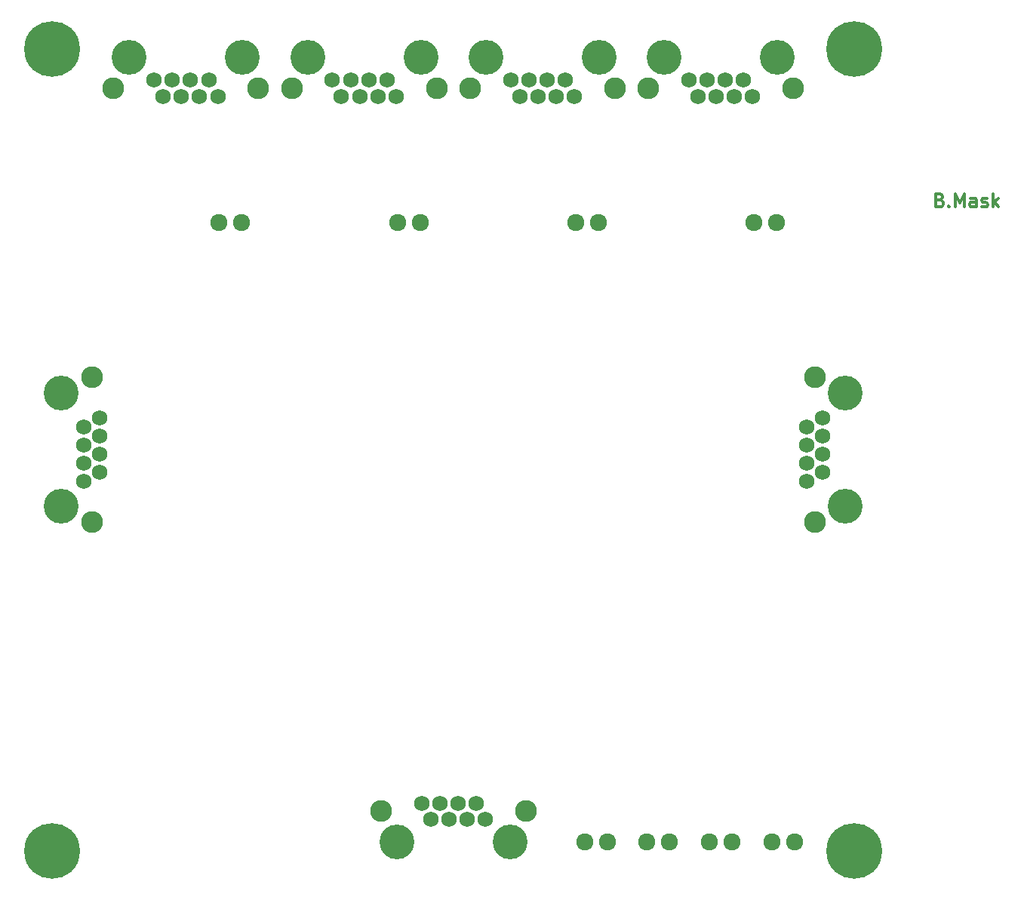
<source format=gbs>
G04 (created by PCBNEW (2013-07-07 BZR 4022)-stable) date 9/18/2013 14:01:54*
%MOIN*%
G04 Gerber Fmt 3.4, Leading zero omitted, Abs format*
%FSLAX34Y34*%
G01*
G70*
G90*
G04 APERTURE LIST*
%ADD10C,0.00590551*%
%ADD11C,0.011811*%
%ADD12C,0.246063*%
%ADD13C,0.0758425*%
%ADD14C,0.153543*%
%ADD15C,0.0689425*%
%ADD16C,0.0964567*%
G04 APERTURE END LIST*
G54D10*
G54D11*
X50629Y-17705D02*
X50714Y-17733D01*
X50742Y-17761D01*
X50770Y-17817D01*
X50770Y-17902D01*
X50742Y-17958D01*
X50714Y-17986D01*
X50658Y-18014D01*
X50433Y-18014D01*
X50433Y-17424D01*
X50629Y-17424D01*
X50686Y-17452D01*
X50714Y-17480D01*
X50742Y-17536D01*
X50742Y-17592D01*
X50714Y-17649D01*
X50686Y-17677D01*
X50629Y-17705D01*
X50433Y-17705D01*
X51023Y-17958D02*
X51051Y-17986D01*
X51023Y-18014D01*
X50995Y-17986D01*
X51023Y-17958D01*
X51023Y-18014D01*
X51304Y-18014D02*
X51304Y-17424D01*
X51501Y-17845D01*
X51698Y-17424D01*
X51698Y-18014D01*
X52232Y-18014D02*
X52232Y-17705D01*
X52204Y-17649D01*
X52148Y-17620D01*
X52035Y-17620D01*
X51979Y-17649D01*
X52232Y-17986D02*
X52176Y-18014D01*
X52035Y-18014D01*
X51979Y-17986D01*
X51951Y-17930D01*
X51951Y-17874D01*
X51979Y-17817D01*
X52035Y-17789D01*
X52176Y-17789D01*
X52232Y-17761D01*
X52485Y-17986D02*
X52542Y-18014D01*
X52654Y-18014D01*
X52710Y-17986D01*
X52739Y-17930D01*
X52739Y-17902D01*
X52710Y-17845D01*
X52654Y-17817D01*
X52570Y-17817D01*
X52514Y-17789D01*
X52485Y-17733D01*
X52485Y-17705D01*
X52514Y-17649D01*
X52570Y-17620D01*
X52654Y-17620D01*
X52710Y-17649D01*
X52992Y-18014D02*
X52992Y-17424D01*
X53048Y-17789D02*
X53217Y-18014D01*
X53217Y-17620D02*
X52992Y-17845D01*
G54D12*
X11417Y-11023D03*
X46850Y-11023D03*
X46850Y-46456D03*
X11417Y-46456D03*
G54D13*
X18791Y-18700D03*
X19791Y-18700D03*
X34539Y-18700D03*
X35539Y-18700D03*
X26665Y-18700D03*
X27665Y-18700D03*
X42413Y-18700D03*
X43413Y-18700D03*
G54D14*
X11811Y-31240D03*
X11811Y-26240D03*
G54D15*
X12811Y-30145D03*
X13511Y-29744D03*
X12811Y-29342D03*
X13511Y-28940D03*
X12811Y-28539D03*
X13511Y-28137D03*
X12811Y-27736D03*
X13511Y-27334D03*
G54D16*
X13161Y-31940D03*
X13161Y-25539D03*
G54D14*
X46456Y-26240D03*
X46456Y-31240D03*
G54D15*
X45456Y-27334D03*
X44755Y-27736D03*
X45456Y-28137D03*
X44755Y-28539D03*
X45456Y-28940D03*
X44755Y-29342D03*
X45456Y-29744D03*
X44755Y-30145D03*
G54D16*
X45106Y-25539D03*
X45106Y-31940D03*
G54D14*
X38444Y-11417D03*
X43444Y-11417D03*
G54D15*
X39539Y-12417D03*
X39940Y-13118D03*
X40342Y-12417D03*
X40744Y-13118D03*
X41145Y-12417D03*
X41547Y-13118D03*
X41948Y-12417D03*
X42350Y-13118D03*
G54D16*
X37744Y-12767D03*
X44145Y-12767D03*
G54D14*
X30570Y-11417D03*
X35570Y-11417D03*
G54D15*
X31665Y-12417D03*
X32066Y-13118D03*
X32468Y-12417D03*
X32870Y-13118D03*
X33271Y-12417D03*
X33673Y-13118D03*
X34074Y-12417D03*
X34476Y-13118D03*
G54D16*
X29870Y-12767D03*
X36271Y-12767D03*
G54D14*
X22696Y-11417D03*
X27696Y-11417D03*
G54D15*
X23791Y-12417D03*
X24192Y-13118D03*
X24594Y-12417D03*
X24996Y-13118D03*
X25397Y-12417D03*
X25799Y-13118D03*
X26200Y-12417D03*
X26602Y-13118D03*
G54D16*
X21996Y-12767D03*
X28397Y-12767D03*
G54D14*
X14822Y-11417D03*
X19822Y-11417D03*
G54D15*
X15917Y-12417D03*
X16318Y-13118D03*
X16720Y-12417D03*
X17122Y-13118D03*
X17523Y-12417D03*
X17925Y-13118D03*
X18326Y-12417D03*
X18728Y-13118D03*
G54D16*
X14122Y-12767D03*
X20523Y-12767D03*
G54D14*
X31633Y-46062D03*
X26633Y-46062D03*
G54D15*
X30539Y-45062D03*
X30137Y-44362D03*
X29736Y-45062D03*
X29334Y-44362D03*
X28933Y-45062D03*
X28531Y-44362D03*
X28129Y-45062D03*
X27728Y-44362D03*
G54D16*
X32334Y-44712D03*
X25933Y-44712D03*
G54D13*
X34933Y-46062D03*
X35933Y-46062D03*
X37688Y-46062D03*
X38688Y-46062D03*
X40444Y-46062D03*
X41444Y-46062D03*
X43200Y-46062D03*
X44200Y-46062D03*
M02*

</source>
